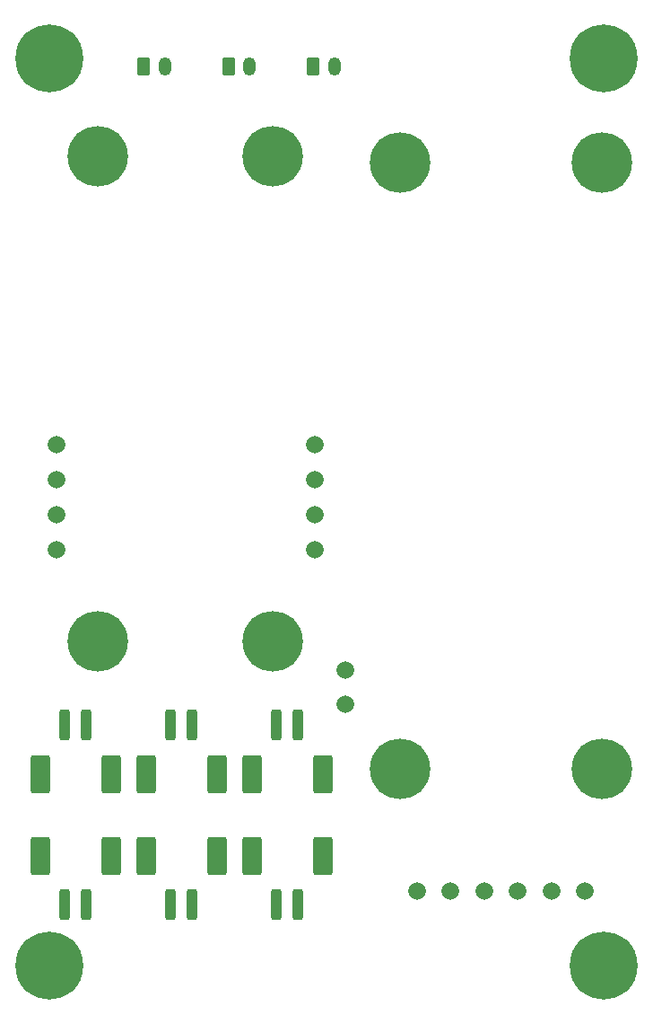
<source format=gbr>
%TF.GenerationSoftware,KiCad,Pcbnew,6.0.1*%
%TF.CreationDate,2022-02-10T21:41:44-06:00*%
%TF.ProjectId,ALTIMETER_HOLDER,414c5449-4d45-4544-9552-5f484f4c4445,rev?*%
%TF.SameCoordinates,Original*%
%TF.FileFunction,Soldermask,Top*%
%TF.FilePolarity,Negative*%
%FSLAX46Y46*%
G04 Gerber Fmt 4.6, Leading zero omitted, Abs format (unit mm)*
G04 Created by KiCad (PCBNEW 6.0.1) date 2022-02-10 21:41:44*
%MOMM*%
%LPD*%
G01*
G04 APERTURE LIST*
G04 Aperture macros list*
%AMRoundRect*
0 Rectangle with rounded corners*
0 $1 Rounding radius*
0 $2 $3 $4 $5 $6 $7 $8 $9 X,Y pos of 4 corners*
0 Add a 4 corners polygon primitive as box body*
4,1,4,$2,$3,$4,$5,$6,$7,$8,$9,$2,$3,0*
0 Add four circle primitives for the rounded corners*
1,1,$1+$1,$2,$3*
1,1,$1+$1,$4,$5*
1,1,$1+$1,$6,$7*
1,1,$1+$1,$8,$9*
0 Add four rect primitives between the rounded corners*
20,1,$1+$1,$2,$3,$4,$5,0*
20,1,$1+$1,$4,$5,$6,$7,0*
20,1,$1+$1,$6,$7,$8,$9,0*
20,1,$1+$1,$8,$9,$2,$3,0*%
G04 Aperture macros list end*
%ADD10RoundRect,0.250000X0.250000X1.200000X-0.250000X1.200000X-0.250000X-1.200000X0.250000X-1.200000X0*%
%ADD11RoundRect,0.250000X0.650000X1.550000X-0.650000X1.550000X-0.650000X-1.550000X0.650000X-1.550000X0*%
%ADD12C,6.400000*%
%ADD13RoundRect,0.250000X-0.350000X-0.625000X0.350000X-0.625000X0.350000X0.625000X-0.350000X0.625000X0*%
%ADD14O,1.200000X1.750000*%
%ADD15C,1.660000*%
%ADD16C,5.700000*%
%ADD17C,3.600000*%
%ADD18RoundRect,0.250000X-0.250000X-1.200000X0.250000X-1.200000X0.250000X1.200000X-0.250000X1.200000X0*%
%ADD19RoundRect,0.250000X-0.650000X-1.550000X0.650000X-1.550000X0.650000X1.550000X-0.650000X1.550000X0*%
G04 APERTURE END LIST*
D10*
%TO.C,J4*%
X6950000Y-66275000D03*
X4950000Y-66275000D03*
D11*
X2600000Y-70925000D03*
X9300000Y-70925000D03*
%TD*%
D10*
%TO.C,J6*%
X26950000Y-66275000D03*
X24950000Y-66275000D03*
D11*
X29300000Y-70925000D03*
X22600000Y-70925000D03*
%TD*%
D12*
%TO.C,REF\u002A\u002A*%
X55800000Y-3500000D03*
%TD*%
D13*
%TO.C,J3*%
X28400000Y-4250000D03*
D14*
X30400000Y-4250000D03*
%TD*%
D15*
%TO.C,A2*%
X4162000Y-39918000D03*
X4162000Y-43220000D03*
X4162000Y-46522000D03*
X4162000Y-49824000D03*
X28538000Y-39918000D03*
X28538000Y-43220000D03*
X28538000Y-46522000D03*
X28538000Y-49824000D03*
D16*
X8095000Y-12740000D03*
D17*
X24605000Y-12740000D03*
D16*
X24605000Y-12740000D03*
D17*
X8095000Y-58460000D03*
D16*
X24605000Y-58460000D03*
D17*
X24605000Y-58460000D03*
D16*
X8095000Y-58460000D03*
D17*
X8095000Y-12740000D03*
%TD*%
D13*
%TO.C,J1*%
X12400000Y-4250000D03*
D14*
X14400000Y-4250000D03*
%TD*%
D12*
%TO.C,REF\u002A\u002A*%
X3500000Y-3500000D03*
%TD*%
D10*
%TO.C,J5*%
X16950000Y-66275000D03*
X14950000Y-66275000D03*
D11*
X12600000Y-70925000D03*
X19300000Y-70925000D03*
%TD*%
D12*
%TO.C,REF\u002A\u002A*%
X55800000Y-89000000D03*
%TD*%
%TO.C,REF\u002A\u002A*%
X3500000Y-89000000D03*
%TD*%
D13*
%TO.C,J2*%
X20400000Y-4250000D03*
D14*
X22400000Y-4250000D03*
%TD*%
D18*
%TO.C,J9*%
X24950000Y-83275000D03*
X26950000Y-83275000D03*
D19*
X22600000Y-78625000D03*
X29300000Y-78625000D03*
%TD*%
D18*
%TO.C,J8*%
X14950000Y-83275000D03*
X16950000Y-83275000D03*
D19*
X19300000Y-78625000D03*
X12600000Y-78625000D03*
%TD*%
D18*
%TO.C,J7*%
X4950000Y-83275000D03*
X6950000Y-83275000D03*
D19*
X9300000Y-78625000D03*
X2600000Y-78625000D03*
%TD*%
D15*
%TO.C,A1*%
X31400000Y-61140900D03*
X31400000Y-64315900D03*
X38162500Y-81975000D03*
X41337500Y-81975000D03*
X44512500Y-81975000D03*
X47687500Y-81975000D03*
X50862500Y-81975000D03*
X54037500Y-81975000D03*
D16*
X36575000Y-70475400D03*
D17*
X36575000Y-70475400D03*
D16*
X36575000Y-13325400D03*
D17*
X55625000Y-13325400D03*
X55625000Y-70475400D03*
D16*
X55625000Y-13325400D03*
D17*
X36575000Y-13325400D03*
D16*
X55625000Y-70475400D03*
%TD*%
M02*

</source>
